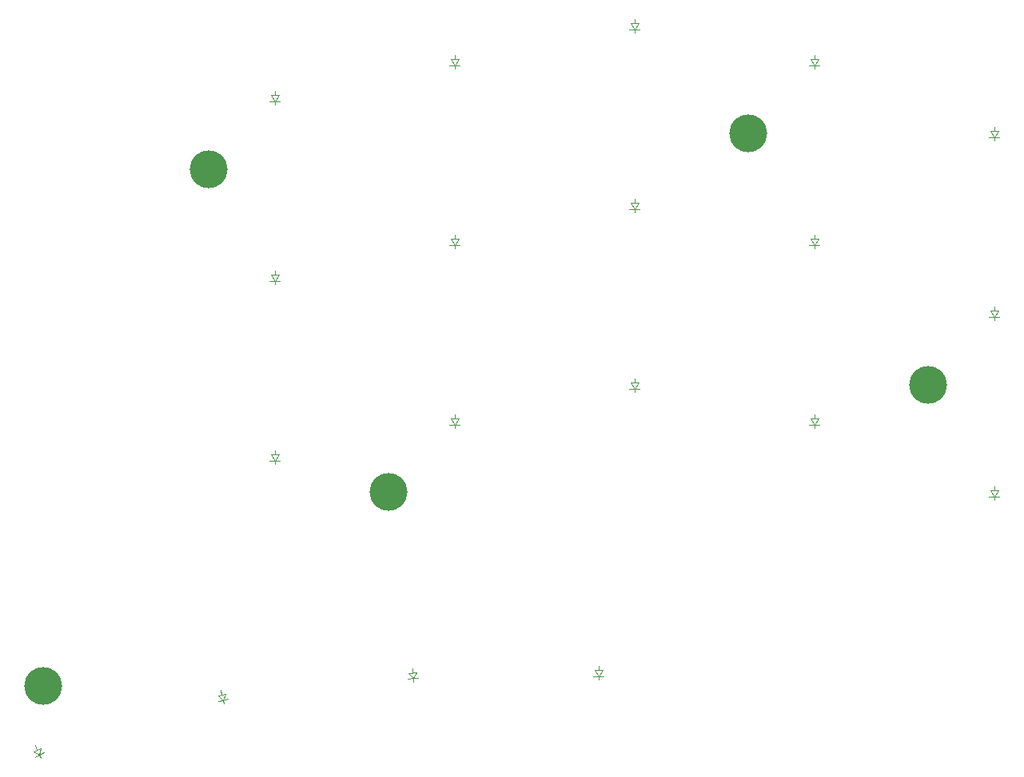
<source format=gbr>
%TF.GenerationSoftware,KiCad,Pcbnew,9.0.6*%
%TF.CreationDate,2026-01-03T00:52:40-08:00*%
%TF.ProjectId,pcb_right,7063625f-7269-4676-9874-2e6b69636164,4.2.1*%
%TF.SameCoordinates,Original*%
%TF.FileFunction,Legend,Top*%
%TF.FilePolarity,Positive*%
%FSLAX46Y46*%
G04 Gerber Fmt 4.6, Leading zero omitted, Abs format (unit mm)*
G04 Created by KiCad (PCBNEW 9.0.6) date 2026-01-03 00:52:40*
%MOMM*%
%LPD*%
G01*
G04 APERTURE LIST*
%ADD10C,0.100000*%
%ADD11C,4.000000*%
G04 APERTURE END LIST*
D10*
%TO.C,D5*%
X319950000Y-125080000D02*
X320750000Y-125080000D01*
X320350000Y-125080000D02*
X320350000Y-124580000D01*
X320350000Y-125680000D02*
X319800000Y-125680000D01*
X320350000Y-125680000D02*
X319950000Y-125080000D01*
X320350000Y-125680000D02*
X320900000Y-125680000D01*
X320350000Y-126080000D02*
X320350000Y-125680000D01*
X320750000Y-125080000D02*
X320350000Y-125680000D01*
%TO.C,D2*%
X339000000Y-132700000D02*
X339800000Y-132700000D01*
X339400000Y-132700000D02*
X339400000Y-132200000D01*
X339400000Y-133300000D02*
X338850000Y-133300000D01*
X339400000Y-133300000D02*
X339000000Y-132700000D01*
X339400000Y-133300000D02*
X339950000Y-133300000D01*
X339400000Y-133700000D02*
X339400000Y-133300000D01*
X339800000Y-132700000D02*
X339400000Y-133300000D01*
%TO.C,D9*%
X300900000Y-102220000D02*
X301700000Y-102220000D01*
X301300000Y-102220000D02*
X301300000Y-101720000D01*
X301300000Y-102820000D02*
X300750000Y-102820000D01*
X301300000Y-102820000D02*
X300900000Y-102220000D01*
X301300000Y-102820000D02*
X301850000Y-102820000D01*
X301300000Y-103220000D02*
X301300000Y-102820000D01*
X301700000Y-102220000D02*
X301300000Y-102820000D01*
%TO.C,D14*%
X262800000Y-128890000D02*
X263600000Y-128890000D01*
X263200000Y-128890000D02*
X263200000Y-128390000D01*
X263200000Y-129490000D02*
X262650000Y-129490000D01*
X263200000Y-129490000D02*
X262800000Y-128890000D01*
X263200000Y-129490000D02*
X263750000Y-129490000D01*
X263200000Y-129890000D02*
X263200000Y-129490000D01*
X263600000Y-128890000D02*
X263200000Y-129490000D01*
%TO.C,D3*%
X339000000Y-113650000D02*
X339800000Y-113650000D01*
X339400000Y-113650000D02*
X339400000Y-113150000D01*
X339400000Y-114250000D02*
X338850000Y-114250000D01*
X339400000Y-114250000D02*
X339000000Y-113650000D01*
X339400000Y-114250000D02*
X339950000Y-114250000D01*
X339400000Y-114650000D02*
X339400000Y-114250000D01*
X339800000Y-113650000D02*
X339400000Y-114250000D01*
%TO.C,D18*%
X257149840Y-173482289D02*
X257922581Y-173275234D01*
X257536210Y-173378762D02*
X257406801Y-172895799D01*
X257691502Y-173958317D02*
X257149840Y-173482289D01*
X257691502Y-173958317D02*
X257160241Y-174100668D01*
X257691502Y-173958317D02*
X258222761Y-173815967D01*
X257795029Y-174344687D02*
X257691502Y-173958317D01*
X257922581Y-173275234D02*
X257691502Y-173958317D01*
%TO.C,D15*%
X262800000Y-109840000D02*
X263600000Y-109840000D01*
X263200000Y-109840000D02*
X263200000Y-109340000D01*
X263200000Y-110440000D02*
X262650000Y-110440000D01*
X263200000Y-110440000D02*
X262800000Y-109840000D01*
X263200000Y-110440000D02*
X263750000Y-110440000D01*
X263200000Y-110840000D02*
X263200000Y-110440000D01*
X263600000Y-109840000D02*
X263200000Y-110440000D01*
%TO.C,D11*%
X281850000Y-125080000D02*
X282650000Y-125080000D01*
X282250000Y-125080000D02*
X282250000Y-124580000D01*
X282250000Y-125680000D02*
X281700000Y-125680000D01*
X282250000Y-125680000D02*
X281850000Y-125080000D01*
X282250000Y-125680000D02*
X282800000Y-125680000D01*
X282250000Y-126080000D02*
X282250000Y-125680000D01*
X282650000Y-125080000D02*
X282250000Y-125680000D01*
%TO.C,D4*%
X319950000Y-144130000D02*
X320750000Y-144130000D01*
X320350000Y-144130000D02*
X320350000Y-143630000D01*
X320350000Y-144730000D02*
X319800000Y-144730000D01*
X320350000Y-144730000D02*
X319950000Y-144130000D01*
X320350000Y-144730000D02*
X320900000Y-144730000D01*
X320350000Y-145130000D02*
X320350000Y-144730000D01*
X320750000Y-144130000D02*
X320350000Y-144730000D01*
%TO.C,D16*%
X297090000Y-170800000D02*
X297890000Y-170800000D01*
X297490000Y-170800000D02*
X297490000Y-170300000D01*
X297490000Y-171400000D02*
X296940000Y-171400000D01*
X297490000Y-171400000D02*
X297090000Y-170800000D01*
X297490000Y-171400000D02*
X298040000Y-171400000D01*
X297490000Y-171800000D02*
X297490000Y-171400000D01*
X297890000Y-170800000D02*
X297490000Y-171400000D01*
%TO.C,D8*%
X300900000Y-121270000D02*
X301700000Y-121270000D01*
X301300000Y-121270000D02*
X301300000Y-120770000D01*
X301300000Y-121870000D02*
X300750000Y-121870000D01*
X301300000Y-121870000D02*
X300900000Y-121270000D01*
X301300000Y-121870000D02*
X301850000Y-121870000D01*
X301300000Y-122270000D02*
X301300000Y-121870000D01*
X301700000Y-121270000D02*
X301300000Y-121870000D01*
%TO.C,D1*%
X339000000Y-151750000D02*
X339800000Y-151750000D01*
X339400000Y-151750000D02*
X339400000Y-151250000D01*
X339400000Y-152350000D02*
X338850000Y-152350000D01*
X339400000Y-152350000D02*
X339000000Y-151750000D01*
X339400000Y-152350000D02*
X339950000Y-152350000D01*
X339400000Y-152750000D02*
X339400000Y-152350000D01*
X339800000Y-151750000D02*
X339400000Y-152350000D01*
%TO.C,D10*%
X281850000Y-144130000D02*
X282650000Y-144130000D01*
X282250000Y-144130000D02*
X282250000Y-143630000D01*
X282250000Y-144730000D02*
X281700000Y-144730000D01*
X282250000Y-144730000D02*
X281850000Y-144130000D01*
X282250000Y-144730000D02*
X282800000Y-144730000D01*
X282250000Y-145130000D02*
X282250000Y-144730000D01*
X282650000Y-144130000D02*
X282250000Y-144730000D01*
%TO.C,D13*%
X262800000Y-147940000D02*
X263600000Y-147940000D01*
X263200000Y-147940000D02*
X263200000Y-147440000D01*
X263200000Y-148540000D02*
X262650000Y-148540000D01*
X263200000Y-148540000D02*
X262800000Y-147940000D01*
X263200000Y-148540000D02*
X263750000Y-148540000D01*
X263200000Y-148940000D02*
X263200000Y-148540000D01*
X263600000Y-147940000D02*
X263200000Y-148540000D01*
%TO.C,D17*%
X277373494Y-171084517D02*
X278170450Y-171014792D01*
X277771972Y-171049654D02*
X277728394Y-170551557D01*
X277824267Y-171647371D02*
X277276358Y-171695307D01*
X277824267Y-171647371D02*
X277373494Y-171084517D01*
X277824267Y-171647371D02*
X278372173Y-171599435D01*
X277859128Y-172045849D02*
X277824267Y-171647371D01*
X278170450Y-171014792D02*
X277824267Y-171647371D01*
%TO.C,D6*%
X319950000Y-106030000D02*
X320750000Y-106030000D01*
X320350000Y-106030000D02*
X320350000Y-105530000D01*
X320350000Y-106630000D02*
X319800000Y-106630000D01*
X320350000Y-106630000D02*
X319950000Y-106030000D01*
X320350000Y-106630000D02*
X320900000Y-106630000D01*
X320350000Y-107030000D02*
X320350000Y-106630000D01*
X320750000Y-106030000D02*
X320350000Y-106630000D01*
%TO.C,D7*%
X300900000Y-140320000D02*
X301700000Y-140320000D01*
X301300000Y-140320000D02*
X301300000Y-139820000D01*
X301300000Y-140920000D02*
X300750000Y-140920000D01*
X301300000Y-140920000D02*
X300900000Y-140320000D01*
X301300000Y-140920000D02*
X301850000Y-140920000D01*
X301300000Y-141320000D02*
X301300000Y-140920000D01*
X301700000Y-140320000D02*
X301300000Y-140920000D01*
%TO.C,D12*%
X281850000Y-106030000D02*
X282650000Y-106030000D01*
X282250000Y-106030000D02*
X282250000Y-105530000D01*
X282250000Y-106630000D02*
X281700000Y-106630000D01*
X282250000Y-106630000D02*
X281850000Y-106030000D01*
X282250000Y-106630000D02*
X282800000Y-106630000D01*
X282250000Y-107030000D02*
X282250000Y-106630000D01*
X282650000Y-106030000D02*
X282250000Y-106630000D01*
%TO.C,D19*%
X237649796Y-179355435D02*
X238374843Y-179017341D01*
X238012319Y-179186388D02*
X237801010Y-178733234D01*
X238265890Y-179730173D02*
X237649796Y-179355435D01*
X238265890Y-179730173D02*
X237767421Y-179962613D01*
X238265890Y-179730173D02*
X238764360Y-179497733D01*
X238374843Y-179017341D02*
X238265890Y-179730173D01*
X238434938Y-180092696D02*
X238265890Y-179730173D01*
%TD*%
D11*
%TO.C,*%
X313350000Y-113830000D03*
%TD*%
%TO.C,*%
X238661336Y-172483431D03*
%TD*%
%TO.C,*%
X332400000Y-140500000D03*
%TD*%
%TO.C,*%
X275250000Y-151880000D03*
%TD*%
%TO.C,*%
X256200000Y-117640000D03*
%TD*%
M02*

</source>
